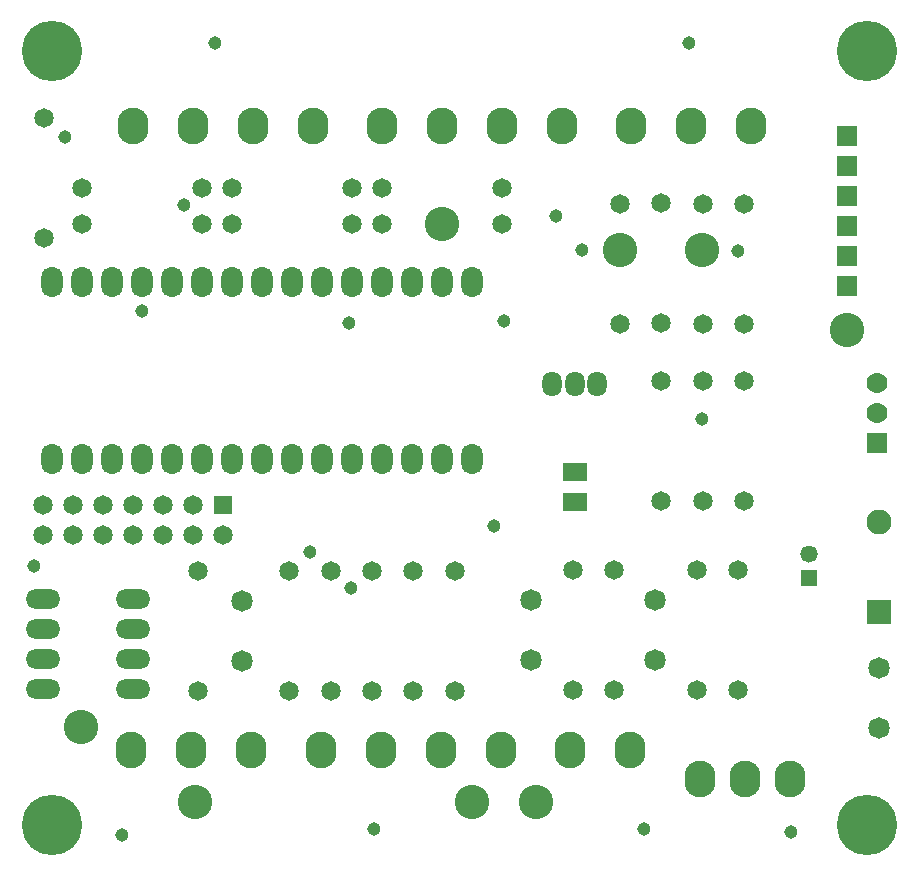
<source format=gbs>
G04 EasyPC Gerber Version 20.0.2 Build 4112 *
G04 #@! TF.Part,Single*
G04 #@! TF.FileFunction,Soldermask,Bot *
%FSLAX35Y35*%
%MOIN*%
G04 #@! TA.AperFunction,ComponentPad*
%ADD82O,0.06472X0.08346*%
%ADD76O,0.07165X0.10315*%
%ADD79O,0.10315X0.12283*%
%ADD87R,0.05787X0.05787*%
%ADD80R,0.06472X0.06472*%
%ADD78R,0.06972X0.06972*%
%ADD85R,0.08346X0.08346*%
G04 #@! TA.AperFunction,ViaPad*
%ADD90C,0.04472*%
G04 #@! TA.AperFunction,ComponentPad*
%ADD88C,0.05787*%
%ADD81C,0.06472*%
%ADD150C,0.06972*%
%ADD77C,0.07165*%
%ADD86C,0.08346*%
G04 #@! TA.AperFunction,SMDPad*
%ADD89C,0.11472*%
G04 #@! TA.AperFunction,ComponentPad*
%ADD84O,0.11472X0.06472*%
G04 #@! TA.AperFunction,WasherPad*
%ADD75C,0.20157*%
G04 #@! TA.AperFunction,ComponentPad*
%ADD83R,0.08472X0.06472*%
X0Y0D02*
D02*
D75*
X15998Y15998D03*
Y273872D03*
X287652Y15998D03*
Y273872D03*
D02*
D76*
X15902Y137809D03*
Y196864D03*
X25902Y137809D03*
Y196864D03*
X35902Y137809D03*
Y196864D03*
X45902Y137809D03*
Y196864D03*
X55902Y137809D03*
Y196864D03*
X65902Y137809D03*
Y196864D03*
X75902Y137809D03*
Y196864D03*
X85902Y137809D03*
Y196864D03*
X95902Y137809D03*
Y196864D03*
X105902Y137809D03*
Y196864D03*
X115902Y137809D03*
Y196864D03*
X125902Y137809D03*
Y196864D03*
X135902Y137809D03*
Y196864D03*
X145902Y137809D03*
Y196864D03*
X155902Y137809D03*
Y196864D03*
D02*
D77*
X79294Y70786D03*
Y90786D03*
X175732Y70801D03*
Y90801D03*
X217091Y70801D03*
Y90801D03*
X291766Y48301D03*
Y68301D03*
D02*
D78*
X281096Y195654D03*
Y205654D03*
Y215654D03*
Y225654D03*
Y235654D03*
Y245654D03*
X291057Y143281D03*
D02*
D79*
X42428Y41033D03*
X42846Y249050D03*
X62428Y41033D03*
X62846Y249050D03*
X82428Y41033D03*
X82846Y249050D03*
X102846D03*
X105533Y41033D03*
X125533D03*
X125892Y249050D03*
X145533Y41033D03*
X145892Y249050D03*
X165533Y41033D03*
X165892Y249050D03*
X185892D03*
X188632Y41033D03*
X208632D03*
X208997Y249050D03*
X228997D03*
X232086Y31191D03*
X247086D03*
X248997Y249050D03*
X262086Y31191D03*
D02*
D80*
X72812Y122653D03*
D02*
D81*
X12812Y112653D03*
Y122653D03*
X13360Y211647D03*
Y251647D03*
X22812Y112653D03*
Y122653D03*
X25995Y216372D03*
Y228243D03*
X32812Y112653D03*
Y122653D03*
X42812Y112653D03*
Y122653D03*
X52812Y112653D03*
Y122653D03*
X62812Y112653D03*
Y122653D03*
X64647Y60783D03*
Y100783D03*
X65995Y216372D03*
Y228243D03*
X72812Y112653D03*
X75967Y216372D03*
X75979Y228243D03*
X95042Y60796D03*
Y100796D03*
X108821Y60783D03*
Y100783D03*
X115967Y216372D03*
X115979Y228243D03*
X122601Y60783D03*
Y100783D03*
X125951Y216372D03*
Y228243D03*
X136362Y60796D03*
Y100796D03*
X150132Y60796D03*
Y100796D03*
X165951Y216372D03*
Y228243D03*
X189522Y60801D03*
Y100801D03*
X203291Y60801D03*
Y100801D03*
X205289Y183063D03*
Y223063D03*
X219030Y123894D03*
Y163894D03*
Y183134D03*
Y223134D03*
X230850Y60801D03*
Y100801D03*
X232848Y123911D03*
Y163911D03*
Y183063D03*
Y223063D03*
X244650Y60801D03*
Y100801D03*
X246608Y123922D03*
Y163922D03*
X246628Y183055D03*
Y223055D03*
D02*
D82*
X182691Y162986D03*
X190191D03*
X197691D03*
D02*
D83*
X190191Y123793D03*
Y133793D03*
D02*
D84*
X12865Y61420D03*
Y71420D03*
Y81420D03*
Y91420D03*
X42865Y61420D03*
Y71420D03*
Y81420D03*
Y91420D03*
D02*
D85*
X291785Y86805D03*
D02*
D86*
Y116805D03*
D02*
D87*
X268242Y98429D03*
D02*
D88*
Y106303D03*
D02*
D89*
X25787Y48532D03*
X63760Y23711D03*
X145848Y216204D03*
X156017Y23711D03*
X177413D03*
X205321Y207673D03*
X232732D03*
X280979Y180908D03*
D02*
D90*
X10082Y102163D03*
X20386Y245250D03*
X39416Y12770D03*
X46068Y187360D03*
X59994Y222690D03*
X70171Y276628D03*
X102100Y107022D03*
X115071Y183296D03*
X115624Y94848D03*
X123324Y14659D03*
X163360Y115526D03*
X166754Y183967D03*
X183804Y218941D03*
X192611Y207670D03*
X213177Y14659D03*
X228321Y276628D03*
X232695Y151271D03*
X244486Y207190D03*
X262449Y13476D03*
D02*
D150*
X291057Y153281D03*
Y163281D03*
X0Y0D02*
M02*

</source>
